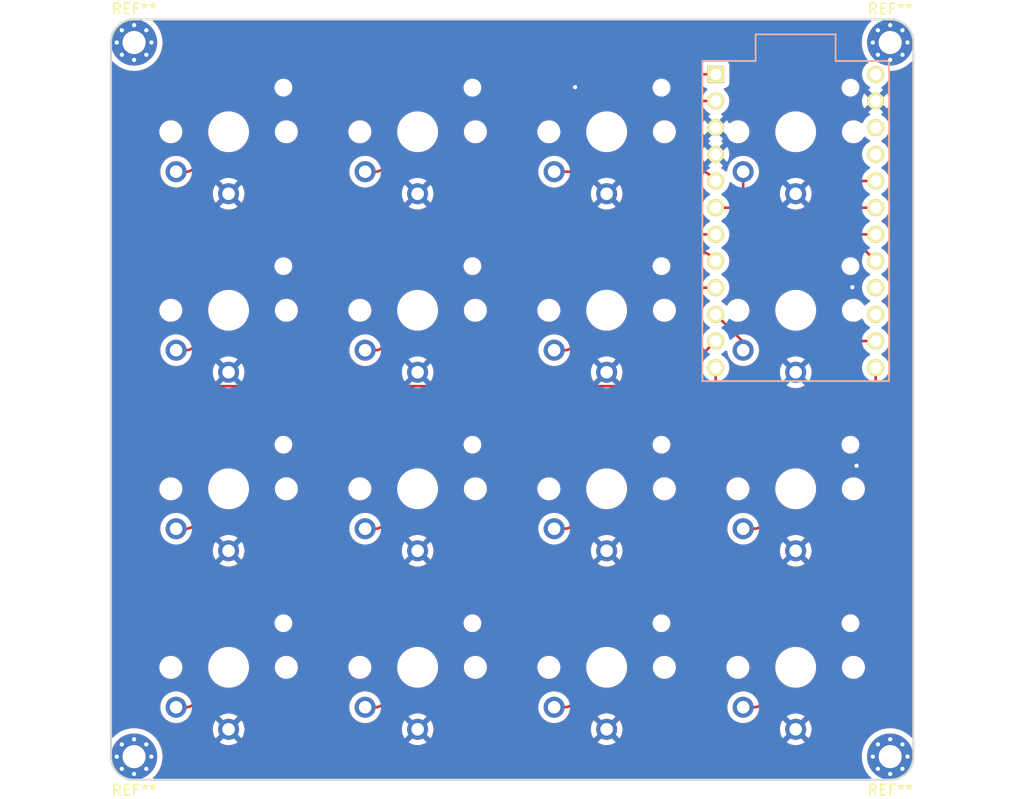
<source format=kicad_pcb>
(kicad_pcb (version 20221018) (generator pcbnew)
  (layers (0 "F.Cu" signal) (31 "B.Cu" signal) (34 "B.Paste" user) (35 "F.Paste" user) (36 "B.SilkS" user "B.Silkscreen") (37 "F.SilkS" user "F.Silkscreen") (38 "B.Mask" user) (39 "F.Mask" user) (44 "Edge.Cuts" user))
  (net 0 "")
  (net 1 "1")
  (net 2 "GND")
  (net 3 "5")
  (net 4 "9")
  (net 5 "13")
  (net 6 "2")
  (net 7 "6")
  (net 8 "10")
  (net 9 "14")
  (net 10 "3")
  (net 11 "7")
  (net 12 "11")
  (net 13 "15")
  (net 14 "4")
  (net 15 "8")
  (net 16 "12")
  (net 17 "16")
  (footprint "marbastlib-choc:SW_choc_1u" (layer "F.Cu") (at 96.50001 14.16667)
    (fp_text reference "SW13" hide)
    (fp_text value "choc_SW_solder" hide)
    (pad "" np_thru_hole circle (at -5.5 0 180) (size 1.7 1.7) (drill 1.7) (layers "*.Cu" "*.Mask"))
    (pad "" np_thru_hole circle (at 0 0 180) (size 3.4 3.4) (drill 3.4) (layers "*.Cu" "*.Mask"))
    (pad "" np_thru_hole circle (at 5.22 -4.2 180) (size 1.2 1.2) (drill 1.2) (layers "*.Cu" "*.Mask"))
    (pad "" np_thru_hole circle (at 5.5 0 180) (size 1.7 1.7) (drill 1.7) (layers "*.Cu" "*.Mask"))
    (pad "1" thru_hole circle (at -5 3.8 180) (size 2 2) (drill 1.2) (layers "*.Cu" "B.Mask") (net 14 "4"))
    (pad "2" thru_hole circle (at 0 5.9 180) (size 2 2) (drill 1.2) (layers "*.Cu" "B.Mask") (net 2 "GND"))
  )
  (footprint "marbastlib-choc:SW_choc_1u" (layer "F.Cu") (at 78.50001 48.166678)
    (fp_text reference "SW11" hide)
    (fp_text value "choc_SW_solder" hide)
    (pad "" np_thru_hole circle (at -5.5 0 180) (size 1.7 1.7) (drill 1.7) (layers "*.Cu" "*.Mask"))
    (pad "" np_thru_hole circle (at 0 0 180) (size 3.4 3.4) (drill 3.4) (layers "*.Cu" "*.Mask"))
    (pad "" np_thru_hole circle (at 5.22 -4.2 180) (size 1.2 1.2) (drill 1.2) (layers "*.Cu" "*.Mask"))
    (pad "" np_thru_hole circle (at 5.5 0 180) (size 1.7 1.7) (drill 1.7) (layers "*.Cu" "*.Mask"))
    (pad "1" thru_hole circle (at -5 3.8 180) (size 2 2) (drill 1.2) (layers "*.Cu" "B.Mask") (net 12 "11"))
    (pad "2" thru_hole circle (at 0 5.9 180) (size 2 2) (drill 1.2) (layers "*.Cu" "B.Mask") (net 2 "GND"))
  )
  (footprint "marbastlib-choc:SW_choc_1u" (layer "F.Cu") (at 42.50001 31.166674)
    (fp_text reference "SW2" hide)
    (fp_text value "choc_SW_solder" hide)
    (pad "" np_thru_hole circle (at -5.5 0 180) (size 1.7 1.7) (drill 1.7) (layers "*.Cu" "*.Mask"))
    (pad "" np_thru_hole circle (at 0 0 180) (size 3.4 3.4) (drill 3.4) (layers "*.Cu" "*.Mask"))
    (pad "" np_thru_hole circle (at 5.22 -4.2 180) (size 1.2 1.2) (drill 1.2) (layers "*.Cu" "*.Mask"))
    (pad "" np_thru_hole circle (at 5.5 0 180) (size 1.7 1.7) (drill 1.7) (layers "*.Cu" "*.Mask"))
    (pad "1" thru_hole circle (at -5 3.8 180) (size 2 2) (drill 1.2) (layers "*.Cu" "B.Mask") (net 3 "5"))
    (pad "2" thru_hole circle (at 0 5.9 180) (size 2 2) (drill 1.2) (layers "*.Cu" "B.Mask") (net 2 "GND"))
  )
  (footprint "marbastlib-choc:SW_choc_1u" (layer "F.Cu") (at 60.50001 14.16667)
    (fp_text reference "SW5" hide)
    (fp_text value "choc_SW_solder" hide)
    (pad "" np_thru_hole circle (at -5.5 0 180) (size 1.7 1.7) (drill 1.7) (layers "*.Cu" "*.Mask"))
    (pad "" np_thru_hole circle (at 0 0 180) (size 3.4 3.4) (drill 3.4) (layers "*.Cu" "*.Mask"))
    (pad "" np_thru_hole circle (at 5.22 -4.2 180) (size 1.2 1.2) (drill 1.2) (layers "*.Cu" "*.Mask"))
    (pad "" np_thru_hole circle (at 5.5 0 180) (size 1.7 1.7) (drill 1.7) (layers "*.Cu" "*.Mask"))
    (pad "1" thru_hole circle (at -5 3.8 180) (size 2 2) (drill 1.2) (layers "*.Cu" "B.Mask") (net 6 "2"))
    (pad "2" thru_hole circle (at 0 5.9 180) (size 2 2) (drill 1.2) (layers "*.Cu" "B.Mask") (net 2 "GND"))
  )
  (footprint "marbastlib-choc:SW_choc_1u" (layer "F.Cu") (at 42.50001 65.166682)
    (fp_text reference "SW4" hide)
    (fp_text value "choc_SW_solder" hide)
    (pad "" np_thru_hole circle (at -5.5 0 180) (size 1.7 1.7) (drill 1.7) (layers "*.Cu" "*.Mask"))
    (pad "" np_thru_hole circle (at 0 0 180) (size 3.4 3.4) (drill 3.4) (layers "*.Cu" "*.Mask"))
    (pad "" np_thru_hole circle (at 5.22 -4.2 180) (size 1.2 1.2) (drill 1.2) (layers "*.Cu" "*.Mask"))
    (pad "" np_thru_hole circle (at 5.5 0 180) (size 1.7 1.7) (drill 1.7) (layers "*.Cu" "*.Mask"))
    (pad "1" thru_hole circle (at -5 3.8 180) (size 2 2) (drill 1.2) (layers "*.Cu" "B.Mask") (net 5 "13"))
    (pad "2" thru_hole circle (at 0 5.9 180) (size 2 2) (drill 1.2) (layers "*.Cu" "B.Mask") (net 2 "GND"))
  )
  (footprint "marbastlib-choc:SW_choc_1u" (layer "F.Cu") (at 42.50001 48.166678)
    (fp_text reference "SW3" hide)
    (fp_text value "choc_SW_solder" hide)
    (pad "" np_thru_hole circle (at -5.5 0 180) (size 1.7 1.7) (drill 1.7) (layers "*.Cu" "*.Mask"))
    (pad "" np_thru_hole circle (at 0 0 180) (size 3.4 3.4) (drill 3.4) (layers "*.Cu" "*.Mask"))
    (pad "" np_thru_hole circle (at 5.22 -4.2 180) (size 1.2 1.2) (drill 1.2) (layers "*.Cu" "*.Mask"))
    (pad "" np_thru_hole circle (at 5.5 0 180) (size 1.7 1.7) (drill 1.7) (layers "*.Cu" "*.Mask"))
    (pad "1" thru_hole circle (at -5 3.8 180) (size 2 2) (drill 1.2) (layers "*.Cu" "B.Mask") (net 4 "9"))
    (pad "2" thru_hole circle (at 0 5.9 180) (size 2 2) (drill 1.2) (layers "*.Cu" "B.Mask") (net 2 "GND"))
  )
  (footprint "MountingHole:MountingHole_2.2mm_M2_Pad_Via" (layer "F.Cu") (at 105.50001 5.666668)
    (fp_text reference "REF**" (at 0 -3.2) (layer "F.SilkS"))
    (fp_text value "MountingHole_2.2mm_M2_Pad_Via")
    (pad "1" thru_hole circle (at -1.65 0) (size 0.7 0.7) (drill 0.4) (layers "*.Cu" "*.Mask"))
    (pad "1" thru_hole circle (at -1.166726 -1.166726) (size 0.7 0.7) (drill 0.4) (layers "*.Cu" "*.Mask"))
    (pad "1" thru_hole circle (at -1.166726 1.166726) (size 0.7 0.7) (drill 0.4) (layers "*.Cu" "*.Mask"))
    (pad "1" thru_hole circle (at 0 -1.65) (size 0.7 0.7) (drill 0.4) (layers "*.Cu" "*.Mask"))
    (pad "1" thru_hole circle (at 0 0) (size 4.4 4.4) (drill 2.2) (layers "*.Cu" "*.Mask"))
    (pad "1" thru_hole circle (at 0 1.65) (size 0.7 0.7) (drill 0.4) (layers "*.Cu" "*.Mask"))
    (pad "1" thru_hole circle (at 1.166726 -1.166726) (size 0.7 0.7) (drill 0.4) (layers "*.Cu" "*.Mask"))
    (pad "1" thru_hole circle (at 1.166726 1.166726) (size 0.7 0.7) (drill 0.4) (layers "*.Cu" "*.Mask"))
    (pad "1" thru_hole circle (at 1.65 0) (size 0.7 0.7) (drill 0.4) (layers "*.Cu" "*.Mask"))
  )
  (footprint "marbastlib-choc:SW_choc_1u" (layer "F.Cu") (at 96.50001 31.166674)
    (fp_text reference "SW14" hide)
    (fp_text value "choc_SW_solder" hide)
    (pad "" np_thru_hole circle (at -5.5 0 180) (size 1.7 1.7) (drill 1.7) (layers "*.Cu" "*.Mask"))
    (pad "" np_thru_hole circle (at 0 0 180) (size 3.4 3.4) (drill 3.4) (layers "*.Cu" "*.Mask"))
    (pad "" np_thru_hole circle (at 5.22 -4.2 180) (size 1.2 1.2) (drill 1.2) (layers "*.Cu" "*.Mask"))
    (pad "" np_thru_hole circle (at 5.5 0 180) (size 1.7 1.7) (drill 1.7) (layers "*.Cu" "*.Mask"))
    (pad "1" thru_hole circle (at -5 3.8 180) (size 2 2) (drill 1.2) (layers "*.Cu" "B.Mask") (net 15 "8"))
    (pad "2" thru_hole circle (at 0 5.9 180) (size 2 2) (drill 1.2) (layers "*.Cu" "B.Mask") (net 2 "GND"))
  )
  (footprint "MountingHole:MountingHole_2.2mm_M2_Pad_Via" (layer "F.Cu") (at 33.50001 73.666684 180)
    (fp_text reference "REF**" (at 0 -3.2) (layer "F.SilkS"))
    (fp_text value "MountingHole_2.2mm_M2_Pad_Via")
    (pad "1" thru_hole circle (at -1.65 0 180) (size 0.7 0.7) (drill 0.4) (layers "*.Cu" "*.Mask"))
    (pad "1" thru_hole circle (at -1.166726 -1.166726 180) (size 0.7 0.7) (drill 0.4) (layers "*.Cu" "*.Mask"))
    (pad "1" thru_hole circle (at -1.166726 1.166726 180) (size 0.7 0.7) (drill 0.4) (layers "*.Cu" "*.Mask"))
    (pad "1" thru_hole circle (at 0 -1.65 180) (size 0.7 0.7) (drill 0.4) (layers "*.Cu" "*.Mask"))
    (pad "1" thru_hole circle (at 0 0 180) (size 4.4 4.4) (drill 2.2) (layers "*.Cu" "*.Mask"))
    (pad "1" thru_hole circle (at 0 1.65 180) (size 0.7 0.7) (drill 0.4) (layers "*.Cu" "*.Mask"))
    (pad "1" thru_hole circle (at 1.166726 -1.166726 180) (size 0.7 0.7) (drill 0.4) (layers "*.Cu" "*.Mask"))
    (pad "1" thru_hole circle (at 1.166726 1.166726 180) (size 0.7 0.7) (drill 0.4) (layers "*.Cu" "*.Mask"))
    (pad "1" thru_hole circle (at 1.65 0 180) (size 0.7 0.7) (drill 0.4) (layers "*.Cu" "*.Mask"))
  )
  (footprint "MountingHole:MountingHole_2.2mm_M2_Pad_Via" (layer "F.Cu") (at 33.50001 5.666668)
    (fp_text reference "REF**" (at 0 -3.2) (layer "F.SilkS"))
    (fp_text value "MountingHole_2.2mm_M2_Pad_Via")
    (pad "1" thru_hole circle (at -1.65 0) (size 0.7 0.7) (drill 0.4) (layers "*.Cu" "*.Mask"))
    (pad "1" thru_hole circle (at -1.166726 -1.166726) (size 0.7 0.7) (drill 0.4) (layers "*.Cu" "*.Mask"))
    (pad "1" thru_hole circle (at -1.166726 1.166726) (size 0.7 0.7) (drill 0.4) (layers "*.Cu" "*.Mask"))
    (pad "1" thru_hole circle (at 0 -1.65) (size 0.7 0.7) (drill 0.4) (layers "*.Cu" "*.Mask"))
    (pad "1" thru_hole circle (at 0 0) (size 4.4 4.4) (drill 2.2) (layers "*.Cu" "*.Mask"))
    (pad "1" thru_hole circle (at 0 1.65) (size 0.7 0.7) (drill 0.4) (layers "*.Cu" "*.Mask"))
    (pad "1" thru_hole circle (at 1.166726 -1.166726) (size 0.7 0.7) (drill 0.4) (layers "*.Cu" "*.Mask"))
    (pad "1" thru_hole circle (at 1.166726 1.166726) (size 0.7 0.7) (drill 0.4) (layers "*.Cu" "*.Mask"))
    (pad "1" thru_hole circle (at 1.65 0) (size 0.7 0.7) (drill 0.4) (layers "*.Cu" "*.Mask"))
  )
  (footprint "marbastlib-choc:SW_choc_1u" (layer "F.Cu") (at 42.50001 14.16667)
    (fp_text reference "SW1" hide)
    (fp_text value "choc_SW_solder" hide)
    (pad "" np_thru_hole circle (at -5.5 0 180) (size 1.7 1.7) (drill 1.7) (layers "*.Cu" "*.Mask"))
    (pad "" np_thru_hole circle (at 0 0 180) (size 3.4 3.4) (drill 3.4) (layers "*.Cu" "*.Mask"))
    (pad "" np_thru_hole circle (at 5.22 -4.2 180) (size 1.2 1.2) (drill 1.2) (layers "*.Cu" "*.Mask"))
    (pad "" np_thru_hole circle (at 5.5 0 180) (size 1.7 1.7) (drill 1.7) (layers "*.Cu" "*.Mask"))
    (pad "1" thru_hole circle (at -5 3.8 180) (size 2 2) (drill 1.2) (layers "*.Cu" "B.Mask") (net 1 "1"))
    (pad "2" thru_hole circle (at 0 5.9 180) (size 2 2) (drill 1.2) (layers "*.Cu" "B.Mask") (net 2 "GND"))
  )
  (footprint "marbastlib-choc:SW_choc_1u" (layer "F.Cu") (at 96.50001 65.166682)
    (fp_text reference "SW16" hide)
    (fp_text value "choc_SW_solder" hide)
    (pad "" np_thru_hole circle (at -5.5 0 180) (size 1.7 1.7) (drill 1.7) (layers "*.Cu" "*.Mask"))
    (pad "" np_thru_hole circle (at 0 0 180) (size 3.4 3.4) (drill 3.4) (layers "*.Cu" "*.Mask"))
    (pad "" np_thru_hole circle (at 5.22 -4.2 180) (size 1.2 1.2) (drill 1.2) (layers "*.Cu" "*.Mask"))
    (pad "" np_thru_hole circle (at 5.5 0 180) (size 1.7 1.7) (drill 1.7) (layers "*.Cu" "*.Mask"))
    (pad "1" thru_hole circle (at -5 3.8 180) (size 2 2) (drill 1.2) (layers "*.Cu" "B.Mask") (net 17 "16"))
    (pad "2" thru_hole circle (at 0 5.9 180) (size 2 2) (drill 1.2) (layers "*.Cu" "B.Mask") (net 2 "GND"))
  )
  (footprint "marbastlib-choc:SW_choc_1u" (layer "F.Cu") (at 78.50001 65.166682)
    (fp_text reference "SW12" hide)
    (fp_text value "choc_SW_solder" hide)
    (pad "" np_thru_hole circle (at -5.5 0 180) (size 1.7 1.7) (drill 1.7) (layers "*.Cu" "*.Mask"))
    (pad "" np_thru_hole circle (at 0 0 180) (size 3.4 3.4) (drill 3.4) (layers "*.Cu" "*.Mask"))
    (pad "" np_thru_hole circle (at 5.22 -4.2 180) (size 1.2 1.2) (drill 1.2) (layers "*.Cu" "*.Mask"))
    (pad "" np_thru_hole circle (at 5.5 0 180) (size 1.7 1.7) (drill 1.7) (layers "*.Cu" "*.Mask"))
    (pad "1" thru_hole circle (at -5 3.8 180) (size 2 2) (drill 1.2) (layers "*.Cu" "B.Mask") (net 13 "15"))
    (pad "2" thru_hole circle (at 0 5.9 180) (size 2 2) (drill 1.2) (layers "*.Cu" "B.Mask") (net 2 "GND"))
  )
  (footprint "marbastlib-choc:SW_choc_1u" (layer "F.Cu") (at 60.50001 65.166682)
    (fp_text reference "SW8" hide)
    (fp_text value "choc_SW_solder" hide)
    (pad "" np_thru_hole circle (at -5.5 0 180) (size 1.7 1.7) (drill 1.7) (layers "*.Cu" "*.Mask"))
    (pad "" np_thru_hole circle (at 0 0 180) (size 3.4 3.4) (drill 3.4) (layers "*.Cu" "*.Mask"))
    (pad "" np_thru_hole circle (at 5.22 -4.2 180) (size 1.2 1.2) (drill 1.2) (layers "*.Cu" "*.Mask"))
    (pad "" np_thru_hole circle (at 5.5 0 180) (size 1.7 1.7) (drill 1.7) (layers "*.Cu" "*.Mask"))
    (pad "1" thru_hole circle (at -5 3.8 180) (size 2 2) (drill 1.2) (layers "*.Cu" "B.Mask") (net 9 "14"))
    (pad "2" thru_hole circle (at 0 5.9 180) (size 2 2) (drill 1.2) (layers "*.Cu" "B.Mask") (net 2 "GND"))
  )
  (footprint "marbastlib-choc:SW_choc_1u" (layer "F.Cu") (at 96.50001 48.166678)
    (fp_text reference "SW15" hide)
    (fp_text value "choc_SW_solder" hide)
    (pad "" np_thru_hole circle (at -5.5 0 180) (size 1.7 1.7) (drill 1.7) (layers "*.Cu" "*.Mask"))
    (pad "" np_thru_hole circle (at 0 0 180) (size 3.4 3.4) (drill 3.4) (layers "*.Cu" "*.Mask"))
    (pad "" np_thru_hole circle (at 5.22 -4.2 180) (size 1.2 1.2) (drill 1.2) (layers "*.Cu" "*.Mask"))
    (pad "" np_thru_hole circle (at 5.5 0 180) (size 1.7 1.7) (drill 1.7) (layers "*.Cu" "*.Mask"))
    (pad "1" thru_hole circle (at -5 3.8 180) (size 2 2) (drill 1.2) (layers "*.Cu" "B.Mask") (net 16 "12"))
    (pad "2" thru_hole circle (at 0 5.9 180) (size 2 2) (drill 1.2) (layers "*.Cu" "B.Mask") (net 2 "GND"))
  )
  (footprint "marbastlib-choc:SW_choc_1u" (layer "F.Cu") (at 78.50001 14.16667)
    (fp_text reference "SW9" hide)
    (fp_text value "choc_SW_solder" hide)
    (pad "" np_thru_hole circle (at -5.5 0 180) (size 1.7 1.7) (drill 1.7) (layers "*.Cu" "*.Mask"))
    (pad "" np_thru_hole circle (at 0 0 180) (size 3.4 3.4) (drill 3.4) (layers "*.Cu" "*.Mask"))
    (pad "" np_thru_hole circle (at 5.22 -4.2 180) (size 1.2 1.2) (drill 1.2) (layers "*.Cu" "*.Mask"))
    (pad "" np_thru_hole circle (at 5.5 0 180) (size 1.7 1.7) (drill 1.7) (layers "*.Cu" "*.Mask"))
    (pad "1" thru_hole circle (at -5 3.8 180) (size 2 2) (drill 1.2) (layers "*.Cu" "B.Mask") (net 10 "3"))
    (pad "2" thru_hole circle (at 0 5.9 180) (size 2 2) (drill 1.2) (layers "*.Cu" "B.Mask") (net 2 "GND"))
  )
  (footprint "MountingHole:MountingHole_2.2mm_M2_Pad_Via" (layer "F.Cu") (at 105.50001 73.666684 180)
    (fp_text reference "REF**" (at 0 -3.2) (layer "F.SilkS"))
    (fp_text value "MountingHole_2.2mm_M2_Pad_Via")
    (pad "1" thru_hole circle (at -1.65 0 180) (size 0.7 0.7) (drill 0.4) (layers "*.Cu" "*.Mask"))
    (pad "1" thru_hole circle (at -1.166726 -1.166726 180) (size 0.7 0.7) (drill 0.4) (layers "*.Cu" "*.Mask"))
    (pad "1" thru_hole circle (at -1.166726 1.166726 180) (size 0.7 0.7) (drill 0.4) (layers "*.Cu" "*.Mask"))
    (pad "1" thru_hole circle (at 0 -1.65 180) (size 0.7 0.7) (drill 0.4) (layers "*.Cu" "*.Mask"))
    (pad "1" thru_hole circle (at 0 0 180) (size 4.4 4.4) (drill 2.2) (layers "*.Cu" "*.Mask"))
    (pad "1" thru_hole circle (at 0 1.65 180) (size 0.7 0.7) (drill 0.4) (layers "*.Cu" "*.Mask"))
    (pad "1" thru_hole circle (at 1.166726 -1.166726 180) (size 0.7 0.7) (drill 0.4) (layers "*.Cu" "*.Mask"))
    (pad "1" thru_hole circle (at 1.166726 1.166726 180) (size 0.7 0.7) (drill 0.4) (layers "*.Cu" "*.Mask"))
    (pad "1" thru_hole circle (at 1.65 0 180) (size 0.7 0.7) (drill 0.4) (layers "*.Cu" "*.Mask"))
  )
  (footprint "marbastlib-choc:SW_choc_1u" (layer "F.Cu") (at 60.50001 48.166678)
    (fp_text reference "SW7" hide)
    (fp_text value "choc_SW_solder" hide)
    (pad "" np_thru_hole circle (at -5.5 0 180) (size 1.7 1.7) (drill 1.7) (layers "*.Cu" "*.Mask"))
    (pad "" np_thru_hole circle (at 0 0 180) (size 3.4 3.4) (drill 3.4) (layers "*.Cu" "*.Mask"))
    (pad "" np_thru_hole circle (at 5.22 -4.2 180) (size 1.2 1.2) (drill 1.2) (layers "*.Cu" "*.Mask"))
    (pad "" np_thru_hole circle (at 5.5 0 180) (size 1.7 1.7) (drill 1.7) (layers "*.Cu" "*.Mask"))
    (pad "1" thru_hole circle (at -5 3.8 180) (size 2 2) (drill 1.2) (layers "*.Cu" "B.Mask") (net 8 "10"))
    (pad "2" thru_hole circle (at 0 5.9 180) (size 2 2) (drill 1.2) (layers "*.Cu" "B.Mask") (net 2 "GND"))
  )
  (footprint "marbastlib-choc:SW_choc_1u" (layer "F.Cu") (at 78.50001 31.166674)
    (fp_text reference "SW10" hide)
    (fp_text value "choc_SW_solder" hide)
    (pad "" np_thru_hole circle (at -5.5 0 180) (size 1.7 1.7) (drill 1.7) (layers "*.Cu" "*.Mask"))
    (pad "" np_thru_hole circle (at 0 0 180) (size 3.4 3.4) (drill 3.4) (layers "*.Cu" "*.Mask"))
    (pad "" np_thru_hole circle (at 5.22 -4.2 180) (size 1.2 1.2) (drill 1.2) (layers "*.Cu" "*.Mask"))
    (pad "" np_thru_hole circle (at 5.5 0 180) (size 1.7 1.7) (drill 1.7) (layers "*.Cu" "*.Mask"))
    (pad "1" thru_hole circle (at -5 3.8 180) (size 2 2) (drill 1.2) (layers "*.Cu" "B.Mask") (net 11 "7"))
    (pad "2" thru_hole circle (at 0 5.9 180) (size 2 2) (drill 1.2) (layers "*.Cu" "B.Mask") (net 2 "GND"))
  )
  (footprint "marbastlib-choc:SW_choc_1u" (layer "F.Cu") (at 60.50001 31.166674)
    (fp_text reference "SW6" hide)
    (fp_text value "choc_SW_solder" hide)
    (pad "" np_thru_hole circle (at -5.5 0 180) (size 1.7 1.7) (drill 1.7) (layers "*.Cu" "*.Mask"))
    (pad "" np_thru_hole circle (at 0 0 180) (size 3.4 3.4) (drill 3.4) (layers "*.Cu" "*.Mask"))
    (pad "" np_thru_hole circle (at 5.22 -4.2 180) (size 1.2 1.2) (drill 1.2) (layers "*.Cu" "*.Mask"))
    (pad "" np_thru_hole circle (at 5.5 0 180) (size 1.7 1.7) (drill 1.7) (layers "*.Cu" "*.Mask"))
    (pad "1" thru_hole circle (at -5 3.8 180) (size 2 2) (drill 1.2) (layers "*.Cu" "B.Mask") (net 7 "6"))
    (pad "2" thru_hole circle (at 0 5.9 180) (size 2 2) (drill 1.2) (layers "*.Cu" "B.Mask") (net 2 "GND"))
  )
  (footprint "promicro:ProMicro" (layer "F.Cu") (at 96.50001 22.666672 -90)
    (fp_text reference "U1" hide)
    (fp_text value "ProMicro")
    (fp_line (start -17.78 -3.81) (end -15.24 -3.81) (stroke (width 0.15)) (layer "B.SilkS"))
    (fp_line (start -17.78 3.81) (end -17.78 -3.81) (stroke (width 0.15)) (layer "B.SilkS"))
    (fp_line (start -15.24 -8.89) (end 15.24 -8.89) (stroke (width 0.15)) (layer "B.SilkS"))
    (fp_line (start -15.24 -3.81) (end -15.24 -8.89) (stroke (width 0.15)) (layer "B.SilkS"))
    (fp_line (start -15.24 3.81) (end -17.78 3.81) (stroke (width 0.15)) (layer "B.SilkS"))
    (fp_line (start -15.24 8.89) (end -15.24 3.81) (stroke (width 0.15)) (layer "B.SilkS"))
    (fp_line (start 15.24 -8.89) (end 15.24 8.89) (stroke (width 0.15)) (layer "B.SilkS"))
    (fp_line (start 15.24 8.89) (end -15.24 8.89) (stroke (width 0.15)) (layer "B.SilkS"))
    (fp_line (start -17.78 -3.81) (end -15.24 -3.81) (stroke (width 0.15)) (layer "F.SilkS"))
    (fp_line (start -17.78 3.81) (end -17.78 -3.81) (stroke (width 0.15)) (layer "F.SilkS"))
    (fp_line (start -15.24 -8.89) (end 15.24 -8.89) (stroke (width 0.15)) (layer "F.SilkS"))
    (fp_line (start -15.24 -3.81) (end -15.24 -8.89) (stroke (width 0.15)) (layer "F.SilkS"))
    (fp_line (start -15.24 3.81) (end -17.78 3.81) (stroke (width 0.15)) (layer "F.SilkS"))
    (fp_line (start -15.24 8.89) (end -15.24 3.81) (stroke (width 0.15)) (layer "F.SilkS"))
    (fp_line (start -15.24 8.89) (end 15.24 8.89) (stroke (width 0.15)) (layer "F.SilkS"))
    (fp_line (start 15.24 -8.89) (end 15.24 8.89) (stroke (width 0.15)) (layer "F.SilkS"))
    (pad "1" thru_hole rect (at -13.97 7.62 270) (size 1.6 1.6) (drill 1.1) (layers "*.Cu" "*.Mask" "F.SilkS") (net 1 "1"))
    (pad "2" thru_hole circle (at -11.43 7.62 270) (size 1.6 1.6) (drill 1.1) (layers "*.Cu" "*.Mask" "F.SilkS") (net 6 "2"))
    (pad "3" thru_hole circle (at -8.89 7.62 270) (size 1.6 1.6) (drill 1.1) (layers "*.Cu" "*.Mask" "F.SilkS") (net 2 "GND"))
    (pad "4" thru_hole circle (at -6.35 7.62 270) (size 1.6 1.6) (drill 1.1) (layers "*.Cu" "*.Mask" "F.SilkS") (net 2 "GND"))
    (pad "5" thru_hole circle (at -3.81 7.62 270) (size 1.6 1.6) (drill 1.1) (layers "*.Cu" "*.Mask" "F.SilkS") (net 10 "3"))
    (pad "6" thru_hole circle (at -1.27 7.62 270) (size 1.6 1.6) (drill 1.1) (layers "*.Cu" "*.Mask" "F.SilkS") (net 14 "4"))
    (pad "7" thru_hole circle (at 1.27 7.62 270) (size 1.6 1.6) (drill 1.1) (layers "*.Cu" "*.Mask" "F.SilkS") (net 3 "5"))
    (pad "8" thru_hole circle (at 3.81 7.62 270) (size 1.6 1.6) (drill 1.1) (layers "*.Cu" "*.Mask" "F.SilkS") (net 7 "6"))
    (pad "9" thru_hole circle (at 6.35 7.62 270) (size 1.6 1.6) (drill 1.1) (layers "*.Cu" "*.Mask" "F.SilkS") (net 11 "7"))
    (pad "10" thru_hole circle (at 8.89 7.62 270) (size 1.6 1.6) (drill 1.1) (layers "*.Cu" "*.Mask" "F.SilkS") (net 15 "8"))
    (pad "11" thru_hole circle (at 11.43 7.62 270) (size 1.6 1.6) (drill 1.1) (layers "*.Cu" "*.Mask" "F.SilkS") (net 4 "9"))
    (pad "12" thru_hole circle (at 13.97 7.62 270) (size 1.6 1.6) (drill 1.1) (layers "*.Cu" "*.Mask" "F.SilkS") (net 8 "10"))
    (pad "13" thru_hole circle (at 13.97 -7.62 270) (size 1.6 1.6) (drill 1.1) (layers "*.Cu" "*.Mask" "F.SilkS") (net 17 "16"))
    (pad "14" thru_hole circle (at 11.43 -7.62 270) (size 1.6 1.6) (drill 1.1) (layers "*.Cu" "*.Mask" "F.SilkS") (net 13 "15"))
    (pad "15" thru_hole circle (at 8.89 -7.62 270) (size 1.6 1.6) (drill 1.1) (layers "*.Cu" "*.Mask" "F.SilkS"))
    (pad "16" thru_hole circle (at 6.35 -7.62 270) (size 1.6 1.6) (drill 1.1) (layers "*.Cu" "*.Mask" "F.SilkS"))
    (pad "17" thru_hole circle (at 3.81 -7.62 270) (size 1.6 1.6) (drill 1.1) (layers "*.Cu" "*.Mask" "F.SilkS") (net 9 "14"))
    (pad "18" thru_hole circle (at 1.27 -7.62 270) (size 1.6 1.6) (drill 1.1) (layers "*.Cu" "*.Mask" "F.SilkS") (net 5 "13"))
    (pad "19" thru_hole circle (at -1.27 -7.62 270) (size 1.6 1.6) (drill 1.1) (layers "*.Cu" "*.Mask" "F.SilkS") (net 16 "12"))
    (pad "20" thru_hole circle (at -3.81 -7.62 270) (size 1.6 1.6) (drill 1.1) (layers "*.Cu" "*.Mask" "F.SilkS") (net 12 "11"))
    (pad "21" thru_hole circle (at -6.35 -7.62 270) (size 1.6 1.6) (drill 1.1) (layers "*.Cu" "*.Mask" "F.SilkS"))
    (pad "22" thru_hole circle (at -8.89 -7.62 270) (size 1.6 1.6) (drill 1.1) (layers "*.Cu" "*.Mask" "F.SilkS"))
    (pad "23" thru_hole circle (at -11.43 -7.62 270) (size 1.6 1.6) (drill 1.1) (layers "*.Cu" "*.Mask" "F.SilkS") (net 2 "GND"))
    (pad "24" thru_hole circle (at -13.97 -7.62 270) (size 1.6 1.6) (drill 1.1) (layers "*.Cu" "*.Mask" "F.SilkS"))
  )
  (gr_line (start 33.50001 75.86667) (end 105.50001 75.86667) (stroke (width 0.2)) (layer "Edge.Cuts"))
  (gr_line (start 105.50001 3.46667) (end 33.50001 3.46667) (stroke (width 0.2)) (layer "Edge.Cuts"))
  (gr_arc (start 107.70001 73.66667) (mid 107.055645 75.222305) (end 105.50001 75.86667) (stroke (width 0.2)) (layer "Edge.Cuts"))
  (gr_arc (start 33.50001 75.86667) (mid 31.944375 75.222305) (end 31.30001 73.66667) (stroke (width 0.2)) (layer "Edge.Cuts"))
  (gr_line (start 31.30001 5.66667) (end 31.30001 73.66667) (stroke (width 0.2)) (layer "Edge.Cuts"))
  (gr_line (start 107.70001 73.66667) (end 107.70001 5.66667) (stroke (width 0.2)) (layer "Edge.Cuts"))
  (gr_arc (start 105.50001 3.46667) (mid 107.055645 4.111035) (end 107.70001 5.66667) (stroke (width 0.2)) (layer "Edge.Cuts"))
  (gr_arc (start 31.30001 5.66667) (mid 31.944375 4.111035) (end 33.50001 3.46667) (stroke (width 0.2)) (layer "Edge.Cuts"))
  (segment (start 40.45201 8.696672) (end 88.88001 8.696672) (width 0.25) (layer "F.Cu") (net 1))
  (segment (start 37.50001 17.96667) (end 38.45201 17.96667) (width 0.25) (layer "F.Cu") (net 1))
  (segment (start 39.45201 16.96667) (end 39.45201 9.696672) (width 0.25) (layer "F.Cu") (net 1))
  (arc (start 39.45201 9.696672) (mid 39.744903 8.989565) (end 40.45201 8.696672) (width 0.25) (layer "F.Cu") (net 1))
  (arc (start 38.45201 17.96667) (mid 39.159117 17.673777) (end 39.45201 16.96667) (width 0.25) (layer "F.Cu") (net 1))
  (via (at 75.50001 9.916669) (size 0.8) (drill 0.4) (layers "F.Cu" "B.Cu") (net 2))
  (via (at 102.30001 45.966682) (size 0.8) (drill 0.4) (layers "F.Cu" "B.Cu") (net 2))
  (via (at 101.90001 28.966682) (size 0.8) (drill 0.4) (layers "F.Cu" "B.Cu") (net 2))
  (segment (start 40.45201 23.936672) (end 88.88001 23.936672) (width 0.25) (layer "F.Cu") (net 3))
  (segment (start 37.50001 34.966674) (end 38.45201 34.966674) (width 0.25) (layer "F.Cu") (net 3))
  (segment (start 39.45201 33.966674) (end 39.45201 24.936672) (width 0.25) (layer "F.Cu") (net 3))
  (arc (start 38.45201 34.966674) (mid 39.159117 34.673781) (end 39.45201 33.966674) (width 0.25) (layer "F.Cu") (net 3))
  (arc (start 40.45201 23.936672) (mid 39.744903 24.229565) (end 39.45201 24.936672) (width 0.25) (layer "F.Cu") (net 3))
  (segment (start 85.68001 37.28067) (end 85.696012 37.28067) (width 0.25) (layer "F.Cu") (net 4))
  (segment (start 40.45201 38.391674) (end 84.154792 38.391674) (width 0.25) (layer "F.Cu") (net 4))
  (segment (start 84.861899 38.098781) (end 85.68001 37.28067) (width 0.25) (layer "F.Cu") (net 4))
  (segment (start 37.50001 51.966678) (end 38.45201 51.966678) (width 0.25) (layer "F.Cu") (net 4))
  (segment (start 85.696012 37.28067) (end 88.88001 34.096672) (width 0.25) (layer "F.Cu") (net 4))
  (segment (start 39.45201 50.966678) (end 39.45201 39.391674) (width 0.25) (layer "F.Cu") (net 4))
  (arc (start 39.45201 39.391674) (mid 39.744903 38.684567) (end 40.45201 38.391674) (width 0.25) (layer "F.Cu") (net 4))
  (arc (start 38.45201 51.966678) (mid 39.159117 51.673785) (end 39.45201 50.966678) (width 0.25) (layer "F.Cu") (net 4))
  (arc (start 84.861899 38.098781) (mid 84.537476 38.315554) (end 84.154792 38.391674) (width 0.25) (layer "F.Cu") (net 4))
  (segment (start 40.45201 56.58467) (end 98.53401 56.58467) (width 0.25) (layer "F.Cu") (net 5))
  (segment (start 100.93401 23.936672) (end 104.12001 23.936672) (width 0.25) (layer "F.Cu") (net 5))
  (segment (start 99.53401 55.58467) (end 99.53401 25.336672) (width 0.25) (layer "F.Cu") (net 5))
  (segment (start 39.45201 67.966682) (end 39.45201 57.58467) (width 0.25) (layer "F.Cu") (net 5))
  (segment (start 37.50001 68.966682) (end 38.45201 68.966682) (width 0.25) (layer "F.Cu") (net 5))
  (arc (start 98.53401 56.58467) (mid 99.241117 56.291777) (end 99.53401 55.58467) (width 0.25) (layer "F.Cu") (net 5))
  (arc (start 38.45201 68.966682) (mid 39.159117 68.673789) (end 39.45201 67.966682) (width 0.25) (layer "F.Cu") (net 5))
  (arc (start 39.45201 57.58467) (mid 39.744903 56.877563) (end 40.45201 56.58467) (width 0.25) (layer "F.Cu") (net 5))
  (arc (start 100.93401 23.936672) (mid 99.944061 24.346723) (end 99.53401 25.336672) (width 0.25) (layer "F.Cu") (net 5))
  (segment (start 57.48601 16.96667) (end 57.48601 12.236672) (width 0.25) (layer "F.Cu") (net 6))
  (segment (start 58.48601 11.236672) (end 88.88001 11.236672) (width 0.25) (layer "F.Cu") (net 6))
  (segment (start 55.50001 17.96667) (end 56.48601 17.96667) (width 0.25) (layer "F.Cu") (net 6))
  (arc (start 58.48601 11.236672) (mid 57.778903 11.529565) (end 57.48601 12.236672) (width 0.25) (layer "F.Cu") (net 6))
  (arc (start 56.48601 17.96667) (mid 57.193117 17.673777) (end 57.48601 16.96667) (width 0.25) (layer "F.Cu") (net 6))
  (segment (start 88.88001 26.476672) (end 88.372904 25.969566) (width 0.25) (layer "F.Cu") (net 7))
  (segment (start 57.48601 26.676673) (end 57.48601 33.966674) (width 0.25) (layer "F.Cu") (net 7))
  (segment (start 87.665797 25.676673) (end 58.48601 25.676673) (width 0.25) (layer "F.Cu") (net 7))
  (segment (start 56.48601 34.966674) (end 55.50001 34.966674) (width 0.25) (layer "F.Cu") (net 7))
  (arc (start 88.372904 25.969566) (mid 88.048481 25.752793) (end 87.665797 25.676673) (width 0.25) (layer "F.Cu") (net 7))
  (arc (start 58.48601 25.676673) (mid 57.778903 25.969566) (end 57.48601 26.676673) (width 0.25) (layer "F.Cu") (net 7))
  (arc (start 56.48601 34.966674) (mid 57.193117 34.673781) (end 57.48601 33.966674) (width 0.25) (layer "F.Cu") (net 7))
  (segment (start 88.88001 37.841674) (end 88.88001 36.636672) (width 0.25) (layer "F.Cu") (net 8))
  (segment (start 57.48601 50.966678) (end 57.48601 39.841674) (width 0.25) (layer "F.Cu") (net 8))
  (segment (start 58.48601 38.841674) (end 87.88001 38.841674) (width 0.25) (layer "F.Cu") (net 8))
  (segment (start 55.50001 51.966678) (end 56.48601 51.966678) (width 0.25) (layer "F.Cu") (net 8))
  (arc (start 57.48601 50.966678) (mid 57.193117 51.673785) (end 56.48601 51.966678) (width 0.25) (layer "F.Cu") (net 8))
  (arc (start 87.88001 38.841674) (mid 88.587117 38.548781) (end 88.88001 37.841674) (width 0.25) (layer "F.Cu") (net 8))
  (arc (start 58.48601 38.841674) (mid 57.778903 39.134567) (end 57.48601 39.841674) (width 0.25) (layer "F.Cu") (net 8))
  (segment (start 58.48601 57.03467) (end 98.58401 57.03467) (width 0.25) (layer "F.Cu") (net 9))
  (segment (start 99.98401 55.63467) (end 99.98401 25.386672) (width 0.25) (layer "F.Cu") (net 9))
  (segment (start 55.50001 68.966682) (end 56.48601 68.966682) (width 0.25) (layer "F.Cu") (net 9))
  (segment (start 100.98401 24.386672) (end 101.615796 24.386672) (width 0.25) (layer "F.Cu") (net 9))
  (segment (start 102.322903 24.679565) (end 104.12001 26.476672) (width 0.25) (layer "F.Cu") (net 9))
  (segment (start 57.48601 67.966682) (end 57.48601 58.03467) (width 0.25) (layer "F.Cu") (net 9))
  (arc (start 102.322903 24.679565) (mid 101.99848 24.462792) (end 101.615796 24.386672) (width 0.25) (layer "F.Cu") (net 9))
  (arc (start 57.48601 58.03467) (mid 57.778903 57.327563) (end 58.48601 57.03467) (width 0.25) (layer "F.Cu") (net 9))
  (arc (start 100.98401 24.386672) (mid 100.276903 24.679565) (end 99.98401 25.386672) (width 0.25) (layer "F.Cu") (net 9))
  (arc (start 56.48601 68.966682) (mid 57.193117 68.673789) (end 57.48601 67.966682) (width 0.25) (layer "F.Cu") (net 9))
  (arc (start 99.98401 55.63467) (mid 99.573959 56.624619) (end 98.58401 57.03467) (width 0.25) (layer "F.Cu") (net 9))
  (segment (start 88.282901 18.259563) (end 88.88001 18.856672) (width 0.25) (layer "F.Cu") (net 10))
  (segment (start 73.50001 17.96667) (end 87.575794 17.96667) (width 0.25) (layer "F.Cu") (net 10))
  (arc (start 88.282901 18.259563) (mid 87.958478 18.04279) (end 87.575794 17.96667) (width 0.25) (layer "F.Cu") (net 10))
  (segment (start 76.52001 29.016672) (end 88.88001 29.016672) (width 0.25) (layer "F.Cu") (net 11))
  (segment (start 75.52001 33.966674) (end 75.52001 30.016672) (width 0.25) (layer "F.Cu") (net 11))
  (segment (start 73.50001 34.966674) (end 74.52001 34.966674) (width 0.25) (layer "F.Cu") (net 11))
  (arc (start 74.52001 34.966674) (mid 75.227117 34.673781) (end 75.52001 33.966674) (width 0.25) (layer "F.Cu") (net 11))
  (arc (start 76.52001 29.016672) (mid 75.812903 29.309565) (end 75.52001 30.016672) (width 0.25) (layer "F.Cu") (net 11))
  (segment (start 75.52001 50.966678) (end 75.52001 40.291674) (width 0.25) (layer "F.Cu") (net 12))
  (segment (start 99.63401 18.856672) (end 104.12001 18.856672) (width 0.25) (layer "F.Cu") (net 12))
  (segment (start 98.63401 39.291674) (end 98.63401 19.856672) (width 0.25) (layer "F.Cu") (net 12))
  (segment (start 76.52001 39.291674) (end 98.63401 39.291674) (width 0.25) (layer "F.Cu") (net 12))
  (segment (start 73.50001 51.966678) (end 74.52001 51.966678) (width 0.25) (layer "F.Cu") (net 12))
  (arc (start 74.52001 51.966678) (mid 75.227117 51.673785) (end 75.52001 50.966678) (width 0.25) (layer "F.Cu") (net 12))
  (arc (start 76.52001 39.291674) (mid 75.812903 39.584567) (end 75.52001 40.291674) (width 0.25) (layer "F.Cu") (net 12))
  (arc (start 98.63401 19.856672) (mid 98.926903 19.149565) (end 99.63401 18.856672) (width 0.25) (layer "F.Cu") (net 12))
  (segment (start 100.43401 55.68467) (end 100.43401 35.096672) (width 0.25) (layer "F.Cu") (net 13))
  (segment (start 75.52001 67.966682) (end 75.52001 58.48467) (width 0.25) (layer "F.Cu") (net 13))
  (segment (start 101.43401 34.096672) (end 104.12001 34.096672) (width 0.25) (layer "F.Cu") (net 13))
  (segment (start 76.52001 57.48467) (end 98.63401 57.48467) (width 0.25) (layer "F.Cu") (net 13))
  (segment (start 73.50001 68.966682) (end 74.52001 68.966682) (width 0.25) (layer "F.Cu") (net 13))
  (arc (start 100.43401 35.096672) (mid 100.726903 34.389565) (end 101.43401 34.096672) (width 0.25) (layer "F.Cu") (net 13))
  (arc (start 74.52001 68.966682) (mid 75.227117 68.673789) (end 75.52001 67.966682) (width 0.25) (layer "F.Cu") (net 13))
  (arc (start 75.52001 58.48467) (mid 75.812903 57.777563) (end 76.52001 57.48467) (width 0.25) (layer "F.Cu") (net 13))
  (arc (start 100.43401 55.68467) (mid 99.906802 56.957462) (end 98.63401 57.48467) (width 0.25) (layer "F.Cu") (net 13))
  (segment (start 88.88001 21.396672) (end 90.50001 21.396672) (width 0.25) (layer "F.Cu") (net 14))
  (segment (start 91.50001 20.396672) (end 91.50001 17.96667) (width 0.25) (layer "F.Cu") (net 14))
  (arc (start 90.50001 21.396672) (mid 91.207117 21.103779) (end 91.50001 20.396672) (width 0.25) (layer "F.Cu") (net 14))
  (segment (start 91.50001 34.176672) (end 91.50001 34.966674) (width 0.25) (layer "F.Cu") (net 15))
  (segment (start 88.88001 31.556672) (end 91.50001 34.176672) (width 0.25) (layer "F.Cu") (net 15))
  (segment (start 100.08401 21.396672) (end 104.12001 21.396672) (width 0.25) (layer "F.Cu") (net 16))
  (segment (start 91.50001 51.966678) (end 92.55401 51.966678) (width 0.25) (layer "F.Cu") (net 16))
  (segment (start 99.08401 39.741674) (end 99.08401 22.396672) (width 0.25) (layer "F.Cu") (net 16))
  (segment (start 93.55401 50.966678) (end 93.55401 40.741674) (width 0.25) (layer "F.Cu") (net 16))
  (segment (start 94.55401 39.741674) (end 99.08401 39.741674) (width 0.25) (layer "F.Cu") (net 16))
  (arc (start 94.55401 39.741674) (mid 93.846903 40.034567) (end 93.55401 40.741674) (width 0.25) (layer "F.Cu") (net 16))
  (arc (start 92.55401 51.966678) (mid 93.261117 51.673785) (end 93.55401 50.966678) (width 0.25) (layer "F.Cu") (net 16))
  (arc (start 99.08401 22.396672) (mid 99.376903 21.689565) (end 100.08401 21.396672) (width 0.25) (layer "F.Cu") (net 16))
  (segment (start 93.55401 67.966682) (end 93.55401 58.93467) (width 0.25) (layer "F.Cu") (net 17))
  (segment (start 91.50001 68.966682) (end 92.55401 68.966682) (width 0.25) (layer "F.Cu") (net 17))
  (segment (start 104.12001 56.93467) (end 104.12001 36.636672) (width 0.25) (layer "F.Cu") (net 17))
  (segment (start 94.55401 57.93467) (end 103.12001 57.93467) (width 0.25) (layer "F.Cu") (net 17))
  (arc (start 104.12001 56.93467) (mid 103.827117 57.641777) (end 103.12001 57.93467) (width 0.25) (layer "F.Cu") (net 17))
  (arc (start 92.55401 68.966682) (mid 93.261117 68.673789) (end 93.55401 67.966682) (width 0.25) (layer "F.Cu") (net 17))
  (arc (start 93.55401 58.93467) (mid 93.846903 58.227563) (end 94.55401 57.93467) (width 0.25) (layer "F.Cu") (net 17))
  (zone (net 2) (net_name "GND") (layers "F&B.Cu") (connect_pads (clearance 0.508)) (min_thickness 0.254) (fill yes (thermal_gap 0.508) (thermal_bridge_width 0.508) (island_removal_mode 2) (island_area_min 10))
    (polygon (pts (xy 108.50001 2.833334) (xy 30.50001 2.833334) (xy 30.50001 76.500018) (xy 108.50001 76.500018)))
  )
)
</source>
